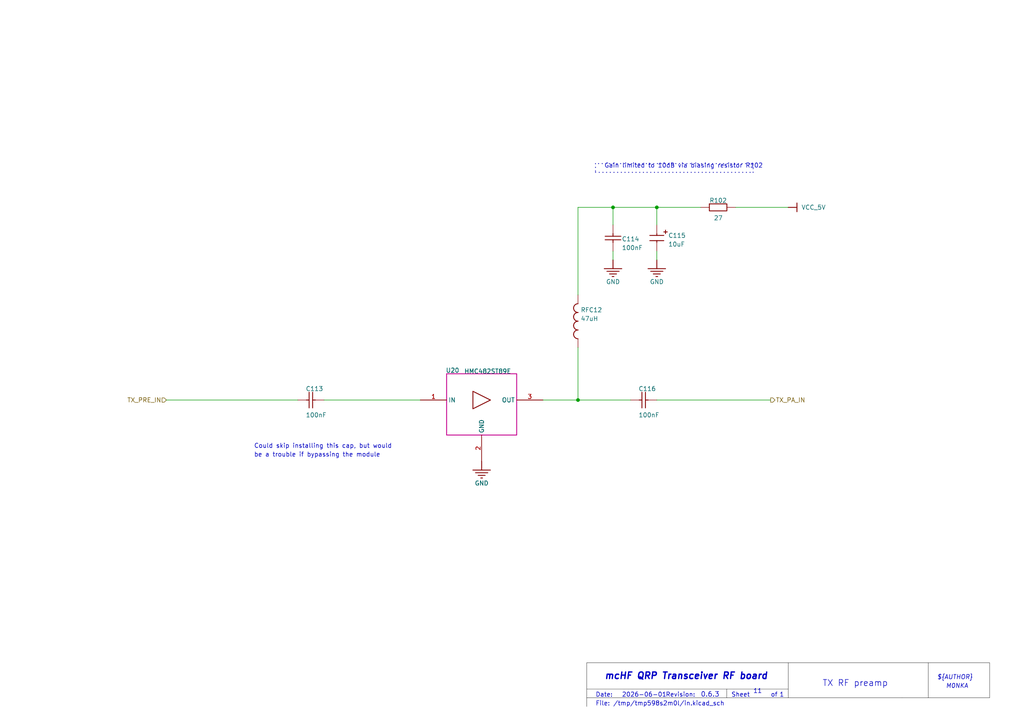
<source format=kicad_sch>
(kicad_sch (version 20231120) (generator "eeschema") (generator_version "8.0")
  (paper "A4")
  (title_block (title "mcHF QRP Transceiver RF board") (rev "0.6.3") (company "M0NKA"))
  (lib_symbols
    (symbol "rf_main-altium-import:GND_POWER_GROUND" (power)
      (property "Reference" "#PWR" (at 0 0 0))
      (property "Value" "GND" (at 0 6.35 0))
      (symbol "GND_POWER_GROUND_0_0"
        (polyline (pts (xy -2.54 -2.54) (xy 2.54 -2.54)) (stroke (width 0.254)))
        (polyline (pts (xy -1.778 -3.302) (xy 1.778 -3.302)) (stroke (width 0.254)))
        (polyline (pts (xy -1.016 -4.064) (xy 1.016 -4.064)) (stroke (width 0.254)))
        (polyline (pts (xy -0.254 -4.826) (xy 0.254 -4.826)) (stroke (width 0.254)))
        (polyline (pts (xy 0 0) (xy 0 -2.54)) (stroke (width 0.254)))
        (pin power_in line (at 0 0 0) (length 0) hide (name "GND") (number ""))
      )
    )
    (symbol "rf_main-altium-import:TX Preamp_0_CAP_0"
      (symbol "TX Preamp_0_CAP_0_1_0"
        (polyline (pts (xy 0.254 -1.778) (xy 4.826 -1.778)) (stroke (width 0.254)))
        (polyline (pts (xy 0.254 -0.762) (xy 4.826 -0.762)) (stroke (width 0.254)))
        (polyline (pts (xy 2.54 -1.778) (xy 2.54 -2.54)) (stroke (width 0.254)))
        (polyline (pts (xy 2.54 0) (xy 2.54 -0.762)) (stroke (width 0.254)))
        (pin passive line (at 2.54 2.54 270) (length 2.54) (name "1") (number "1"))
        (pin passive line (at 2.54 -5.08 90) (length 2.54) (name "2") (number "2"))
      )
    )
    (symbol "rf_main-altium-import:TX Preamp_0_HMS482ST89E"
      (symbol "TX Preamp_0_HMS482ST89E_1_0"
        (polyline (pts (xy 2.54 0) (xy -2.54 -2.54) (xy -2.54 2.54) (xy 2.54 0)) (stroke (width 0.254)))
        (polyline (pts (xy -10.16 7.62) (xy -10.16 -10.16) (xy 10.16 -10.16) (xy 10.16 7.62) (xy -10.16 7.62)) (stroke (width 0.254) (color 197 0 142 1)))
        (pin input line (at -17.78 0 0) (length 7.62) (name "IN") (number "1"))
        (pin power_in line (at 0 -17.78 90) (length 7.62) (name "GND") (number "2"))
        (pin output line (at 17.78 0 180) (length 7.62) (name "OUT") (number "3"))
      )
    )
    (symbol "rf_main-altium-import:TX Preamp_1_TDK-NLV25T"
      (symbol "TX Preamp_1_TDK-NLV25T_1_0"
        (arc (start 1.27 1.27) (mid 1.642 0.372) (end 2.54 0) (stroke (width 0.254)))
        (arc (start 1.27 3.81) (mid 1.642 2.912) (end 2.54 2.54) (stroke (width 0.254)))
        (arc (start 1.27 6.35) (mid 1.642 5.452) (end 2.54 5.08) (stroke (width 0.254)))
        (arc (start 1.27 8.89) (mid 1.642 7.992) (end 2.54 7.62) (stroke (width 0.254)))
        (arc (start 2.54 2.54) (mid 1.642 2.168) (end 1.27 1.27) (stroke (width 0.254)))
        (arc (start 2.54 5.08) (mid 1.642 4.708) (end 1.27 3.81) (stroke (width 0.254)))
        (arc (start 2.54 7.62) (mid 1.642 7.248) (end 1.27 6.35) (stroke (width 0.254)))
        (arc (start 2.54 10.16) (mid 1.642 9.788) (end 1.27 8.89) (stroke (width 0.254)))
        (pin passive line (at 2.54 -2.54 90) (length 2.54) (name "1") (number "1"))
        (pin passive line (at 2.54 12.7 270) (length 2.54) (name "2") (number "2"))
      )
    )
    (symbol "rf_main-altium-import:TX Preamp_2_RES_0"
      (symbol "TX Preamp_2_RES_0_1_0"
        (rectangle (start 0 3.556) (end -5.08 1.524) (stroke (width 0.254)))
        (pin passive line (at 2.54 2.54 180) (length 2.54) (name "1") (number "1"))
        (pin passive line (at -7.62 2.54 0) (length 2.54) (name "2") (number "2"))
      )
    )
    (symbol "rf_main-altium-import:TX Preamp_3_CAP-POL_0"
      (symbol "TX Preamp_3_CAP-POL_0_1_0"
        (polyline (pts (xy -2.032 -3.048) (xy 2.032 -3.048)) (stroke (width 0.254)))
        (polyline (pts (xy 0 -4.572) (xy 0 -5.08)) (stroke (width 0.254)))
        (polyline (pts (xy 0 -2.54) (xy 0 -3.048)) (stroke (width 0.254)))
        (polyline (pts (xy 2.032 -4.572) (xy -2.032 -4.572)) (stroke (width 0.254)))
        (polyline (pts (xy 2.032 -2.032) (xy 3.048 -2.032)) (stroke (width 0.254)))
        (polyline (pts (xy 2.54 -1.524) (xy 2.54 -2.54)) (stroke (width 0.254)))
        (pin passive line (at 0 0 270) (length 2.54) (name "1") (number "1"))
        (pin passive line (at 0 -7.62 90) (length 2.54) (name "2") (number "2"))
      )
    )
    (symbol "rf_main-altium-import:TX Preamp_3_CAP_0"
      (symbol "TX Preamp_3_CAP_0_1_0"
        (polyline (pts (xy -1.778 -2.54) (xy -2.54 -2.54)) (stroke (width 0.254)))
        (polyline (pts (xy -1.778 -0.254) (xy -1.778 -4.826)) (stroke (width 0.254)))
        (polyline (pts (xy -0.762 -0.254) (xy -0.762 -4.826)) (stroke (width 0.254)))
        (polyline (pts (xy 0 -2.54) (xy -0.762 -2.54)) (stroke (width 0.254)))
        (pin passive line (at 2.54 -2.54 180) (length 2.54) (name "1") (number "1"))
        (pin passive line (at -5.08 -2.54 0) (length 2.54) (name "2") (number "2"))
      )
    )
    (symbol "rf_main-altium-import:VCC_5V_BAR" (power)
      (property "Reference" "#PWR" (at 0 0 0))
      (property "Value" "VCC_5V" (at 0 3.81 0))
      (symbol "VCC_5V_BAR_0_0"
        (polyline (pts (xy -1.27 -2.54) (xy 1.27 -2.54)) (stroke (width 0.254)))
        (polyline (pts (xy 0 0) (xy 0 -2.54)) (stroke (width 0.254)))
        (pin power_in line (at 0 0 0) (length 0) hide (name "VCC_5V") (number ""))
      )
    )
  )
  (junction (at 190.5 60.1472))
  (junction (at 167.64 116.0272))
  (junction (at 177.8 60.1472))
  (polyline (pts (xy 261.62 202.3872) (xy 170.18 202.3872)) (stroke (width 0.0254) (type solid) (color 0 0 0 1)))
  (wire (pts (xy 167.64 100.7872) (xy 167.64 116.0272)))
  (polyline (pts (xy 170.18 199.8472) (xy 228.6 199.8472)) (stroke (width 0.0254) (type solid) (color 0 0 0 1)))
  (polyline (pts (xy 269.24 192.2272) (xy 269.24 202.3872)) (stroke (width 0.0254) (type solid) (color 0 0 0 1)))
  (wire (pts (xy 167.64 116.0272) (xy 182.88 116.0272)))
  (polyline (pts (xy 228.6 192.2272) (xy 228.6 202.3872)) (stroke (width 0.0254) (type solid) (color 0 0 0 1)))
  (wire (pts (xy 190.5 65.2272) (xy 190.5 60.1472)))
  (polyline (pts (xy 287.02 192.2272) (xy 170.18 192.2272)) (stroke (width 0.0254) (type solid) (color 0 0 0 1)))
  (wire (pts (xy 167.64 85.5472) (xy 167.64 60.1472)))
  (wire (pts (xy 157.48 116.0272) (xy 167.64 116.0272)))
  (polyline (pts (xy 218.44 49.9872) (xy 218.44 47.4472)) (stroke (width 0.254) (type dot) (color 0 0 180 1)))
  (wire (pts (xy 190.5 116.0272) (xy 223.52 116.0272)))
  (polyline (pts (xy 261.62 202.3872) (xy 287.02 202.3872)) (stroke (width 0.0254) (type solid) (color 0 0 0 1)))
  (polyline (pts (xy 287.02 202.3872) (xy 287.02 192.2272)) (stroke (width 0.0254) (type solid) (color 0 0 0 1)))
  (wire (pts (xy 177.8 60.1472) (xy 190.5 60.1472)))
  (wire (pts (xy 190.5 72.8472) (xy 190.5 75.3872)))
  (polyline (pts (xy 218.44 47.4472) (xy 172.72 47.4472)) (stroke (width 0.254) (type dot) (color 0 0 180 1)))
  (polyline (pts (xy 210.82 199.8472) (xy 210.82 202.3872)) (stroke (width 0.0254) (type solid) (color 0 0 0 1)))
  (wire (pts (xy 93.98 116.0272) (xy 121.92 116.0272)))
  (polyline (pts (xy 170.18 192.2272) (xy 170.18 204.9272)) (stroke (width 0.0254) (type solid) (color 0 0 0 1)))
  (polyline (pts (xy 172.72 49.9872) (xy 218.44 49.9872)) (stroke (width 0.254) (type dot) (color 0 0 180 1)))
  (wire (pts (xy 167.64 60.1472) (xy 177.8 60.1472)))
  (wire (pts (xy 177.8 72.8472) (xy 177.8 75.3872)))
  (polyline (pts (xy 172.72 47.4472) (xy 172.72 49.9872)) (stroke (width 0.254) (type dot) (color 0 0 180 1)))
  (wire (pts (xy 190.5 60.1472) (xy 203.2 60.1472)))
  (wire (pts (xy 48.26 116.0272) (xy 86.36 116.0272)))
  (wire (pts (xy 177.8 65.2272) (xy 177.8 60.1472)))
  (wire (pts (xy 213.36 60.1472) (xy 228.6 60.1472)))
  (text "File:" (at 172.72 204.9272 0) (effects (font (size 1.27 1.27)) (justify left bottom)))
  (text "${REVISION}" (at 203.2 202.3872 0) (effects (font (size 1.397 1.397)) (justify left bottom)))
  (text "Sheet" (at 212.09 202.3872 0) (effects (font (size 1.27 1.27)) (justify left bottom)))
  (text "${##}" (at 226.06 202.3872 0) (effects (font (size 1.27 1.27)) (justify left bottom)))
  (text "${FILEPATH}" (at 177.8 204.9272 0) (effects (font (size 1.27 1.27)) (justify left bottom)))
  (text "Date:" (at 172.72 202.3872 0) (effects (font (size 1.27 1.27)) (justify left bottom)))
  (text "${CURRENT_DATE}" (at 180.34 202.3872 0) (effects (font (size 1.27 1.27)) (justify left bottom)))
  (text "of" (at 223.52 202.3872 0) (effects (font (size 1.27 1.27)) (justify left bottom)))
  (text "${COMPANY}" (at 274.32 199.8472 0) (effects (font (size 1.27 1.27) (italic yes)) (justify left bottom)))
  (text "${AUTHOR}" (at 271.78 197.3072 0) (effects (font (size 1.27 1.27) (italic yes)) (justify left bottom)))
  (text "Could skip installing this cap, but would" (at 73.66 128.7272 0) (effects (font (size 1.27 1.27)) (justify left top)))
  (text "11" (at 218.44 199.8472 0) (effects (font (size 1.27 1.27)) (justify left top)))
  (text "${TITLE}" (at 175.26 197.3072 0) (effects (font (size 1.905 1.905) (thickness 0.381) (bold yes) (italic yes)) (justify left bottom)))
  (text "TX RF preamp" (at 238.506 199.3392 0) (effects (font (size 1.778 1.778)) (justify left bottom)))
  (text "Gain limited to 10dB via biasing resistor R102" (at 175.26 47.4472 0) (effects (font (size 1.27 1.27)) (justify left top)))
  (text "Revision:" (at 193.04 202.3872 0) (effects (font (size 1.27 1.27)) (justify left bottom)))
  (text "be a trouble if bypassing the module" (at 73.66 131.2672 0) (effects (font (size 1.27 1.27)) (justify left top)))
  (hierarchical_label "TX_PA_IN" (shape output) (at 223.52 116.0272 0))
  (hierarchical_label "TX_PRE_IN" (shape input) (at 48.26 116.0272 180))
  (symbol (lib_id "rf_main-altium-import:GND_POWER_GROUND") (at 139.7 133.8072 0) (unit 1)
    (property "Reference" "#PWR?" (effects (hide yes)))
    (property "Value" "GND" (at 139.7 140.1572 0))
  )
  (symbol (lib_id "rf_main-altium-import:TX Preamp_2_RES_0") (at 210.82 62.6872 0) (unit 1)
    (property "Reference" "R102" (at 205.74 58.8772 0) (effects (justify left bottom)))
    (property "Value" "27" (at 207.01 63.9572 0) (effects (justify left bottom)))
    (property "Footprint" "1206" (effects (hide yes)))
    (property "Description" "Resistor" (effects (hide yes)))
    (property "PRICE" "0.017" (effects (hide yes)))
    (property "ORDER" "FN 205-7802" (effects (hide yes)))
    (property "QT ORDER" "QCR-00427" (effects (hide yes)))
  )
  (symbol (lib_id "rf_main-altium-import:GND_POWER_GROUND") (at 190.5 75.3872 0) (unit 1)
    (property "Reference" "#PWR?" (effects (hide yes)))
    (property "Value" "GND" (at 190.5 81.7372 0))
  )
  (symbol (lib_id "rf_main-altium-import:TX Preamp_3_CAP-POL_0") (at 190.5 65.2272 0) (unit 1)
    (property "Reference" "C115" (at 193.802 69.0372 0) (effects (justify left bottom)))
    (property "Value" "10uF" (at 193.802 71.5772 0) (effects (justify left bottom)))
    (property "Footprint" "1206_Elec_Cap_N" (effects (hide yes)))
    (property "Description" "Electrolitic capacitor" (effects (hide yes)))
    (property "PRICE" "0.204" (effects (hide yes)))
    (property "ORDER" "FN 233-3009" (effects (hide yes)))
    (property "QT ORDER" "QCC-00166" (effects (hide yes)))
  )
  (symbol (lib_id "rf_main-altium-import:GND_POWER_GROUND") (at 177.8 75.3872 0) (unit 1)
    (property "Reference" "#PWR?" (effects (hide yes)))
    (property "Value" "GND" (at 177.8 81.7372 0))
  )
  (symbol (lib_id "rf_main-altium-import:VCC_5V_BAR") (at 228.6 60.1472 90) (unit 1)
    (property "Reference" "#PWR?" (effects (hide yes)))
    (property "Value" "VCC_5V" (at 232.41 60.1472 90) (effects (justify right)))
  )
  (symbol (lib_id "rf_main-altium-import:TX Preamp_0_CAP_0") (at 175.26 67.7672 0) (unit 1)
    (property "Reference" "C114" (at 180.34 70.0532 0) (effects (justify left bottom)))
    (property "Value" "100nF" (at 180.34 72.5932 0) (effects (justify left bottom)))
    (property "Footprint" "0805-Pro" (effects (hide yes)))
    (property "Description" "Capacitor" (effects (hide yes)))
    (property "PRICE" "0.068" (effects (hide yes)))
    (property "ORDER" "FN 252-2090" (effects (hide yes)))
    (property "QT ORDER" "QCC-00154" (effects (hide yes)))
  )
  (symbol (lib_id "rf_main-altium-import:TX Preamp_1_TDK-NLV25T") (at 165.1 98.2472 0) (unit 1)
    (property "Reference" "RFC12" (at 168.402 90.6272 0) (effects (justify left bottom)))
    (property "Value" "47uH" (at 168.402 93.1672 0) (effects (justify left bottom)))
    (property "Footprint" "0805-Pro" (effects (hide yes)))
    (property "Description" "INDUCTOR, SIGNAL LINE, 4.7UH, 1005" (effects (hide yes)))
    (property "ORDER" "FN 166-9895" (effects (hide yes)))
    (property "PRICE" "0.166" (effects (hide yes)))
  )
  (symbol (lib_id "rf_main-altium-import:TX Preamp_0_HMS482ST89E") (at 139.7 116.0272 0) (unit 1)
    (property "Reference" "U20" (at 129.286 108.1532 0) (effects (justify left bottom)))
    (property "Value" "HMC482ST89E" (at 134.62 108.4072 0) (effects (justify left bottom)))
    (property "Footprint" "SOT89L_new" (effects (hide yes)))
    (property "Description" "MMIC AMPLIFIER" (effects (hide yes)))
    (property "ORDER" "FN 245-6527" (effects (hide yes)))
    (property "PRICE" "2.82" (effects (hide yes)))
  )
  (symbol (lib_id "rf_main-altium-import:TX Preamp_3_CAP_0") (at 91.44 113.4872 0) (unit 1)
    (property "Reference" "C113" (at 88.646 113.4872 0) (effects (justify left bottom)))
    (property "Value" "100nF" (at 88.646 121.1072 0) (effects (justify left bottom)))
    (property "Footprint" "0805-Pro" (effects (hide yes)))
    (property "Description" "Capacitor" (effects (hide yes)))
    (property "PRICE" "0.068" (effects (hide yes)))
    (property "ORDER" "FN 252-2090" (effects (hide yes)))
    (property "QT ORDER" "QCC-00154" (effects (hide yes)))
  )
  (symbol (lib_id "rf_main-altium-import:TX Preamp_3_CAP_0") (at 187.96 113.4872 0) (unit 1)
    (property "Reference" "C116" (at 185.166 113.4872 0) (effects (justify left bottom)))
    (property "Value" "100nF" (at 185.166 121.1072 0) (effects (justify left bottom)))
    (property "Footprint" "0805-Pro" (effects (hide yes)))
    (property "Description" "Capacitor" (effects (hide yes)))
    (property "PRICE" "0.068" (effects (hide yes)))
    (property "ORDER" "FN 252-2090" (effects (hide yes)))
    (property "QT ORDER" "QCC-00154" (effects (hide yes)))
  )
)
</source>
